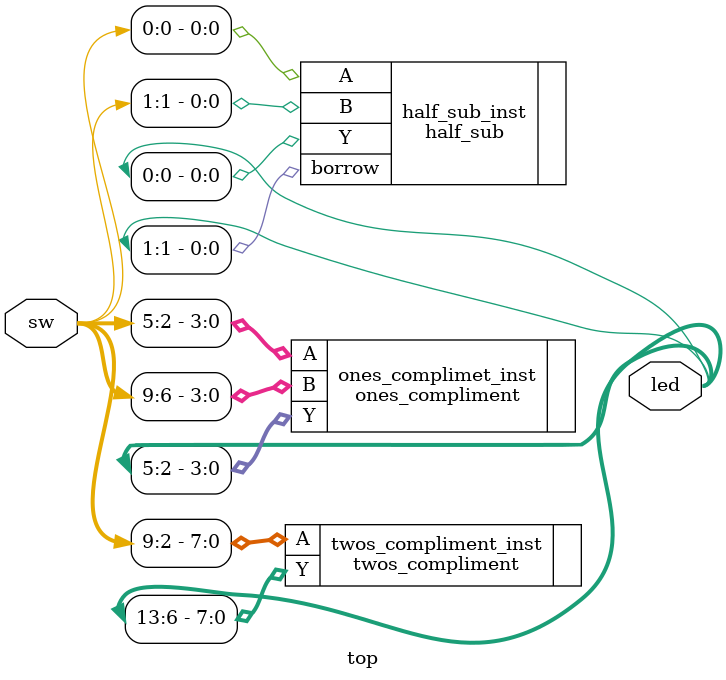
<source format=v>
module top(
    input [9:0] sw,
    output [13:0] led
);

    half_sub half_sub_inst(
        .A(sw[0]),
        .B(sw[1]),
        .Y(led[0]),
        .borrow(led[1])
    );
    
    ones_compliment ones_complimet_inst(    
        .A(sw[5:2]),
        .B(sw[9:6]),
        .Y(led[5:2])
    );
    
    twos_compliment twos_compliment_inst(
        
        .A(sw[9:2]),
        .Y(led[13:6])
    
    );
    

endmodule
</source>
